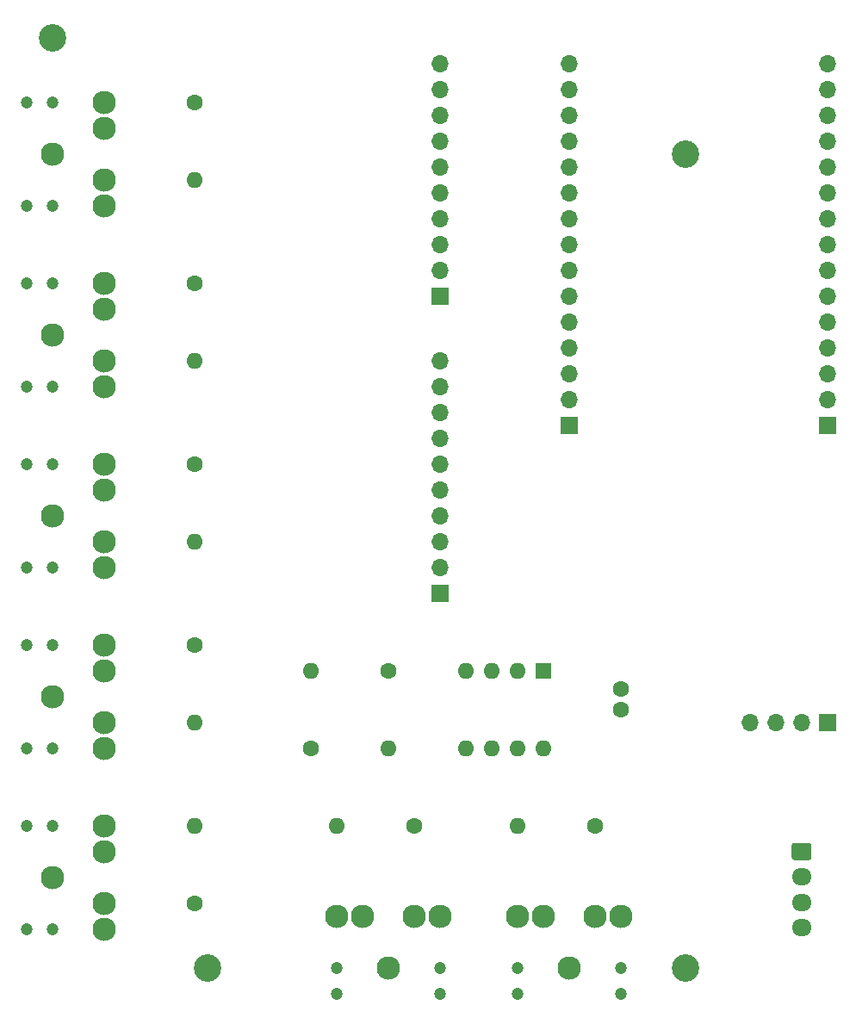
<source format=gbr>
%TF.GenerationSoftware,KiCad,Pcbnew,(5.1.9)-1*%
%TF.CreationDate,2021-03-31T06:49:38+07:00*%
%TF.ProjectId,Rev.1a,5265762e-3161-42e6-9b69-6361645f7063,rev?*%
%TF.SameCoordinates,Original*%
%TF.FileFunction,Soldermask,Bot*%
%TF.FilePolarity,Negative*%
%FSLAX46Y46*%
G04 Gerber Fmt 4.6, Leading zero omitted, Abs format (unit mm)*
G04 Created by KiCad (PCBNEW (5.1.9)-1) date 2021-03-31 06:49:38*
%MOMM*%
%LPD*%
G01*
G04 APERTURE LIST*
%ADD10C,2.700000*%
%ADD11O,1.700000X1.700000*%
%ADD12R,1.700000X1.700000*%
%ADD13C,1.200000*%
%ADD14C,2.300000*%
%ADD15C,1.600000*%
%ADD16O,1.600000X1.600000*%
%ADD17R,1.600000X1.600000*%
%ADD18O,1.950000X1.700000*%
G04 APERTURE END LIST*
D10*
%TO.C,REF\u002A\u002A*%
X118110000Y-41910000D03*
%TD*%
%TO.C,REF\u002A\u002A*%
X118110000Y-121920000D03*
%TD*%
%TO.C,REF\u002A\u002A*%
X71120000Y-121920000D03*
%TD*%
%TO.C,REF\u002A\u002A*%
X55880000Y-30480000D03*
%TD*%
D11*
%TO.C,U3*%
X93980000Y-62230000D03*
X93980000Y-64770000D03*
X93980000Y-67310000D03*
X93980000Y-69850000D03*
X93980000Y-72390000D03*
X93980000Y-74930000D03*
X93980000Y-77470000D03*
X93980000Y-80010000D03*
X93980000Y-82550000D03*
D12*
X93980000Y-85090000D03*
%TD*%
%TO.C,U4*%
X93980000Y-55880000D03*
D11*
X93980000Y-53340000D03*
X93980000Y-50800000D03*
X93980000Y-48260000D03*
X93980000Y-45720000D03*
X93980000Y-43180000D03*
X93980000Y-40640000D03*
X93980000Y-38100000D03*
X93980000Y-35560000D03*
X93980000Y-33020000D03*
%TD*%
D13*
%TO.C,J3*%
X53340000Y-118110000D03*
X53340000Y-107950000D03*
X55880000Y-107950000D03*
X55880000Y-118110000D03*
D14*
X55880000Y-113030000D03*
X60960000Y-118110000D03*
X60960000Y-115570000D03*
X60960000Y-110490000D03*
X60960000Y-107950000D03*
%TD*%
%TO.C,J7*%
X60960000Y-36830000D03*
X60960000Y-39370000D03*
X60960000Y-44450000D03*
X60960000Y-46990000D03*
X55880000Y-41910000D03*
D13*
X55880000Y-46990000D03*
X55880000Y-36830000D03*
X53340000Y-36830000D03*
X53340000Y-46990000D03*
%TD*%
D14*
%TO.C,J2*%
X83820000Y-116840000D03*
X86360000Y-116840000D03*
X91440000Y-116840000D03*
X93980000Y-116840000D03*
X88900000Y-121920000D03*
D13*
X93980000Y-121920000D03*
X83820000Y-121920000D03*
X83820000Y-124460000D03*
X93980000Y-124460000D03*
%TD*%
%TO.C,J6*%
X53340000Y-64770000D03*
X53340000Y-54610000D03*
X55880000Y-54610000D03*
X55880000Y-64770000D03*
D14*
X55880000Y-59690000D03*
X60960000Y-64770000D03*
X60960000Y-62230000D03*
X60960000Y-57150000D03*
X60960000Y-54610000D03*
%TD*%
D13*
%TO.C,J1*%
X111760000Y-124460000D03*
X101600000Y-124460000D03*
X101600000Y-121920000D03*
X111760000Y-121920000D03*
D14*
X106680000Y-121920000D03*
X111760000Y-116840000D03*
X109220000Y-116840000D03*
X104140000Y-116840000D03*
X101600000Y-116840000D03*
%TD*%
%TO.C,J5*%
X60960000Y-72390000D03*
X60960000Y-74930000D03*
X60960000Y-80010000D03*
X60960000Y-82550000D03*
X55880000Y-77470000D03*
D13*
X55880000Y-82550000D03*
X55880000Y-72390000D03*
X53340000Y-72390000D03*
X53340000Y-82550000D03*
%TD*%
%TO.C,J4*%
X53340000Y-100330000D03*
X53340000Y-90170000D03*
X55880000Y-90170000D03*
X55880000Y-100330000D03*
D14*
X55880000Y-95250000D03*
X60960000Y-100330000D03*
X60960000Y-97790000D03*
X60960000Y-92710000D03*
X60960000Y-90170000D03*
%TD*%
D12*
%TO.C,<-----25.4mm----->*%
X132080000Y-68580000D03*
D11*
X132080000Y-66040000D03*
X132080000Y-63500000D03*
X132080000Y-60960000D03*
X132080000Y-58420000D03*
X132080000Y-55880000D03*
X132080000Y-53340000D03*
X132080000Y-50800000D03*
X132080000Y-48260000D03*
X132080000Y-45720000D03*
X132080000Y-43180000D03*
X132080000Y-40640000D03*
X132080000Y-38100000D03*
X132080000Y-35560000D03*
X132080000Y-33020000D03*
%TD*%
D12*
%TO.C,ESP32/ESP8266*%
X106680000Y-68580000D03*
D11*
X106680000Y-66040000D03*
X106680000Y-63500000D03*
X106680000Y-60960000D03*
X106680000Y-58420000D03*
X106680000Y-55880000D03*
X106680000Y-53340000D03*
X106680000Y-50800000D03*
X106680000Y-48260000D03*
X106680000Y-45720000D03*
X106680000Y-43180000D03*
X106680000Y-40640000D03*
X106680000Y-38100000D03*
X106680000Y-35560000D03*
X106680000Y-33020000D03*
%TD*%
D15*
%TO.C,R3*%
X69850000Y-115570000D03*
D16*
X69850000Y-107950000D03*
%TD*%
%TO.C,R7*%
X69850000Y-44450000D03*
D15*
X69850000Y-36830000D03*
%TD*%
D16*
%TO.C,R2*%
X83820000Y-107950000D03*
D15*
X91440000Y-107950000D03*
%TD*%
%TO.C,R6*%
X69850000Y-54610000D03*
D16*
X69850000Y-62230000D03*
%TD*%
%TO.C,R1*%
X101600000Y-107950000D03*
D15*
X109220000Y-107950000D03*
%TD*%
%TO.C,R5*%
X69850000Y-72390000D03*
D16*
X69850000Y-80010000D03*
%TD*%
D15*
%TO.C,R4*%
X69850000Y-90170000D03*
D16*
X69850000Y-97790000D03*
%TD*%
%TO.C,R8*%
X88900000Y-100330000D03*
D15*
X88900000Y-92710000D03*
%TD*%
%TO.C,R9*%
X81280000Y-100330000D03*
D16*
X81280000Y-92710000D03*
%TD*%
D17*
%TO.C,U1*%
X104140000Y-92710000D03*
D16*
X96520000Y-100330000D03*
X101600000Y-92710000D03*
X99060000Y-100330000D03*
X99060000Y-92710000D03*
X101600000Y-100330000D03*
X96520000Y-92710000D03*
X104140000Y-100330000D03*
%TD*%
D11*
%TO.C,U5*%
X124460000Y-97790000D03*
X127000000Y-97790000D03*
X129540000Y-97790000D03*
D12*
X132080000Y-97790000D03*
%TD*%
%TO.C,U6*%
G36*
G01*
X128815000Y-109640000D02*
X130265000Y-109640000D01*
G75*
G02*
X130515000Y-109890000I0J-250000D01*
G01*
X130515000Y-111090000D01*
G75*
G02*
X130265000Y-111340000I-250000J0D01*
G01*
X128815000Y-111340000D01*
G75*
G02*
X128565000Y-111090000I0J250000D01*
G01*
X128565000Y-109890000D01*
G75*
G02*
X128815000Y-109640000I250000J0D01*
G01*
G37*
D18*
X129540000Y-112990000D03*
X129540000Y-115490000D03*
X129540000Y-117990000D03*
%TD*%
D15*
%TO.C,C1*%
X111760000Y-94520000D03*
X111760000Y-96520000D03*
%TD*%
M02*

</source>
